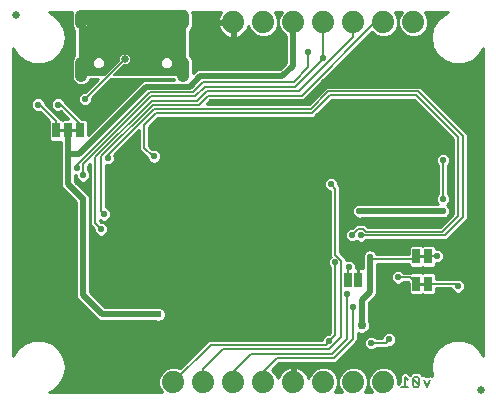
<source format=gbl>
G75*
%MOIN*%
%OFA0B0*%
%FSLAX25Y25*%
%IPPOS*%
%LPD*%
%AMOC8*
5,1,8,0,0,1.08239X$1,22.5*
%
%ADD10C,0.00600*%
%ADD11C,0.01000*%
%ADD12R,0.02500X0.05000*%
%ADD13C,0.02500*%
%ADD14C,0.07400*%
%ADD15C,0.03937*%
%ADD16C,0.02000*%
%ADD17C,0.02200*%
%ADD18C,0.03000*%
%ADD19C,0.02378*%
%ADD20C,0.00669*%
%ADD21C,0.00300*%
D10*
X0182333Y0132900D02*
X0184333Y0130900D01*
X0182333Y0132900D02*
X0182333Y0154900D01*
X0201133Y0173700D01*
X0216133Y0173700D01*
X0219433Y0177000D01*
X0250333Y0177000D01*
X0268333Y0195000D01*
X0268333Y0199900D01*
X0275733Y0199900D02*
X0251333Y0175500D01*
X0219933Y0175500D01*
X0216885Y0172451D01*
X0201582Y0172451D01*
X0184333Y0155203D01*
X0184333Y0136900D01*
X0185333Y0135900D01*
X0178333Y0148900D02*
X0178333Y0152597D01*
X0200936Y0175200D01*
X0215533Y0175200D01*
X0218833Y0178500D01*
X0249033Y0178500D01*
X0258333Y0187800D01*
X0258333Y0187900D01*
X0258333Y0199900D01*
X0253333Y0189900D02*
X0253333Y0184900D01*
X0248433Y0180000D01*
X0218238Y0180000D01*
X0215038Y0176800D01*
X0200633Y0176800D01*
X0176333Y0152500D01*
X0176333Y0151394D01*
X0176239Y0151300D01*
X0186533Y0154600D02*
X0186533Y0155706D01*
X0201979Y0171151D01*
X0254282Y0171151D01*
X0260030Y0176900D01*
X0289833Y0176900D01*
X0304833Y0161900D01*
X0304833Y0134900D01*
X0298833Y0128900D01*
X0270833Y0128900D01*
X0272603Y0130100D02*
X0271703Y0131000D01*
X0269963Y0131000D01*
X0267897Y0128933D01*
X0267833Y0128933D01*
X0272603Y0130100D02*
X0298033Y0130100D01*
X0303333Y0135400D01*
X0303333Y0161703D01*
X0289336Y0175700D01*
X0260527Y0175700D01*
X0254479Y0169651D01*
X0202676Y0169651D01*
X0198629Y0165604D01*
X0198629Y0158004D01*
X0201433Y0155200D01*
X0201933Y0155200D01*
X0177333Y0163900D02*
X0177333Y0166000D01*
X0170833Y0172500D01*
X0169833Y0172500D01*
X0169333Y0167000D02*
X0163833Y0172500D01*
X0163333Y0172500D01*
X0169333Y0167000D02*
X0169333Y0163900D01*
X0178833Y0174400D02*
X0192133Y0187700D01*
X0275733Y0199900D02*
X0278333Y0199900D01*
X0298333Y0153900D02*
X0298333Y0140869D01*
X0296133Y0122000D02*
X0293433Y0122000D01*
X0293333Y0121900D01*
X0289333Y0121900D02*
X0288433Y0121000D01*
X0273833Y0121000D01*
X0266833Y0118400D02*
X0266733Y0118300D01*
X0266733Y0113900D01*
X0266333Y0109500D02*
X0266333Y0094500D01*
X0261333Y0089500D01*
X0261833Y0088000D02*
X0268333Y0094500D01*
X0268333Y0105000D01*
X0264333Y0095000D02*
X0260333Y0091000D01*
X0224833Y0091000D01*
X0238333Y0083500D02*
X0242833Y0088000D01*
X0261833Y0088000D01*
X0259161Y0092500D02*
X0260197Y0093536D01*
X0262333Y0095673D01*
X0262333Y0119900D01*
X0283333Y0114900D02*
X0287233Y0114900D01*
X0289333Y0112800D01*
X0293333Y0112800D02*
X0302433Y0112800D01*
X0303333Y0111900D01*
X0280262Y0094171D02*
X0279162Y0093071D01*
X0274362Y0093071D01*
X0274333Y0093100D01*
X0285557Y0081703D02*
X0285557Y0078300D01*
X0284423Y0078300D02*
X0286692Y0078300D01*
X0288106Y0078867D02*
X0288106Y0081136D01*
X0290375Y0078867D01*
X0289808Y0078300D01*
X0288673Y0078300D01*
X0288106Y0078867D01*
X0286692Y0080569D02*
X0285557Y0081703D01*
X0288106Y0081136D02*
X0288673Y0081703D01*
X0289808Y0081703D01*
X0290375Y0081136D01*
X0290375Y0078867D01*
X0291789Y0080569D02*
X0292924Y0078300D01*
X0294058Y0080569D01*
X0238333Y0080000D02*
X0238333Y0083500D01*
D11*
X0155033Y0088624D02*
X0155033Y0191276D01*
X0156333Y0189026D01*
X0158764Y0186986D01*
X0161746Y0185900D01*
X0164920Y0185900D01*
X0167903Y0186986D01*
X0170334Y0189026D01*
X0171921Y0191774D01*
X0171921Y0191774D01*
X0172472Y0194900D01*
X0171921Y0198026D01*
X0170334Y0200774D01*
X0170334Y0200774D01*
X0167903Y0202814D01*
X0167903Y0202814D01*
X0166843Y0203200D01*
X0174710Y0203200D01*
X0174457Y0202590D01*
X0174457Y0198928D01*
X0174955Y0197726D01*
X0175383Y0197298D01*
X0175383Y0188748D01*
X0174955Y0188319D01*
X0174457Y0187118D01*
X0174457Y0181487D01*
X0174955Y0180286D01*
X0175874Y0179366D01*
X0177075Y0178869D01*
X0178376Y0178869D01*
X0179577Y0179366D01*
X0180496Y0180286D01*
X0180813Y0181050D01*
X0183221Y0181050D01*
X0178971Y0176800D01*
X0178356Y0176800D01*
X0177474Y0176435D01*
X0176799Y0175759D01*
X0176433Y0174877D01*
X0176433Y0173923D01*
X0176799Y0173041D01*
X0177474Y0172365D01*
X0178356Y0172000D01*
X0179311Y0172000D01*
X0180193Y0172365D01*
X0180868Y0173041D01*
X0181233Y0173923D01*
X0181233Y0174537D01*
X0187746Y0181050D01*
X0208654Y0181050D01*
X0208757Y0180800D01*
X0198389Y0180800D01*
X0197042Y0179453D01*
X0179883Y0162294D01*
X0179883Y0166938D01*
X0179122Y0167700D01*
X0177896Y0167700D01*
X0171961Y0173635D01*
X0171868Y0173859D01*
X0171193Y0174535D01*
X0170311Y0174900D01*
X0169356Y0174900D01*
X0168474Y0174535D01*
X0167799Y0173859D01*
X0167433Y0172977D01*
X0167433Y0172023D01*
X0167799Y0171141D01*
X0168474Y0170465D01*
X0169356Y0170100D01*
X0170311Y0170100D01*
X0170777Y0170293D01*
X0173371Y0167700D01*
X0171545Y0167700D01*
X0171333Y0167488D01*
X0171122Y0167700D01*
X0170896Y0167700D01*
X0169996Y0168600D01*
X0165733Y0172863D01*
X0165733Y0172977D01*
X0165368Y0173859D01*
X0164693Y0174535D01*
X0163811Y0174900D01*
X0162856Y0174900D01*
X0161974Y0174535D01*
X0161299Y0173859D01*
X0160933Y0172977D01*
X0160933Y0172023D01*
X0161299Y0171141D01*
X0161974Y0170465D01*
X0162856Y0170100D01*
X0163811Y0170100D01*
X0163924Y0170147D01*
X0166958Y0167113D01*
X0166783Y0166938D01*
X0166783Y0160862D01*
X0167545Y0160100D01*
X0171033Y0160100D01*
X0171033Y0144916D01*
X0176033Y0139916D01*
X0176033Y0107947D01*
X0177381Y0106600D01*
X0183727Y0100254D01*
X0202382Y0100254D01*
X0202838Y0100065D01*
X0203828Y0100065D01*
X0204285Y0100254D01*
X0204286Y0100254D01*
X0204287Y0100255D01*
X0204743Y0100443D01*
X0205443Y0101144D01*
X0205632Y0101600D01*
X0205633Y0101601D01*
X0205633Y0101602D01*
X0205822Y0102058D01*
X0205822Y0103049D01*
X0205633Y0103505D01*
X0205633Y0103506D01*
X0205632Y0103507D01*
X0205443Y0103963D01*
X0204743Y0104664D01*
X0204287Y0104853D01*
X0204286Y0104854D01*
X0204285Y0104854D01*
X0203828Y0105043D01*
X0202838Y0105043D01*
X0202382Y0104854D01*
X0185632Y0104854D01*
X0180633Y0109853D01*
X0180633Y0140150D01*
X0180733Y0140391D01*
X0180733Y0141346D01*
X0180633Y0141587D01*
X0180633Y0141821D01*
X0180468Y0141987D01*
X0180368Y0142228D01*
X0179693Y0142903D01*
X0179451Y0143003D01*
X0179286Y0143168D01*
X0175633Y0146821D01*
X0175633Y0148953D01*
X0175762Y0148900D01*
X0175933Y0148900D01*
X0175933Y0148423D01*
X0176299Y0147541D01*
X0176974Y0146865D01*
X0177856Y0146500D01*
X0178811Y0146500D01*
X0179693Y0146865D01*
X0180368Y0147541D01*
X0180733Y0148423D01*
X0180733Y0149377D01*
X0180368Y0150259D01*
X0179933Y0150694D01*
X0179933Y0151934D01*
X0180733Y0152734D01*
X0180733Y0132237D01*
X0181671Y0131300D01*
X0181933Y0131037D01*
X0181933Y0130423D01*
X0182299Y0129541D01*
X0182974Y0128865D01*
X0183856Y0128500D01*
X0184811Y0128500D01*
X0185693Y0128865D01*
X0186368Y0129541D01*
X0186733Y0130423D01*
X0186733Y0131377D01*
X0186368Y0132259D01*
X0185693Y0132935D01*
X0184811Y0133300D01*
X0184196Y0133300D01*
X0183933Y0133563D01*
X0183933Y0133906D01*
X0183974Y0133865D01*
X0184856Y0133500D01*
X0185811Y0133500D01*
X0186693Y0133865D01*
X0187368Y0134541D01*
X0187733Y0135423D01*
X0187733Y0136377D01*
X0187368Y0137259D01*
X0186693Y0137935D01*
X0185933Y0138249D01*
X0185933Y0152251D01*
X0186056Y0152200D01*
X0187011Y0152200D01*
X0187893Y0152565D01*
X0188568Y0153241D01*
X0188933Y0154123D01*
X0188933Y0155077D01*
X0188709Y0155619D01*
X0197029Y0163939D01*
X0197029Y0157342D01*
X0199533Y0154837D01*
X0199533Y0154723D01*
X0199899Y0153841D01*
X0200574Y0153165D01*
X0201456Y0152800D01*
X0202411Y0152800D01*
X0203293Y0153165D01*
X0203968Y0153841D01*
X0204333Y0154723D01*
X0204333Y0155677D01*
X0203968Y0156559D01*
X0203293Y0157235D01*
X0202411Y0157600D01*
X0201456Y0157600D01*
X0201343Y0157553D01*
X0200229Y0158667D01*
X0200229Y0164942D01*
X0203339Y0168051D01*
X0255142Y0168051D01*
X0256079Y0168989D01*
X0261190Y0174100D01*
X0288674Y0174100D01*
X0301733Y0161040D01*
X0301733Y0136063D01*
X0297371Y0131700D01*
X0273266Y0131700D01*
X0272366Y0132600D01*
X0269301Y0132600D01*
X0268363Y0131663D01*
X0268363Y0131663D01*
X0268034Y0131333D01*
X0267356Y0131333D01*
X0266474Y0130968D01*
X0265799Y0130293D01*
X0265433Y0129410D01*
X0265433Y0128456D01*
X0265799Y0127574D01*
X0266474Y0126898D01*
X0267356Y0126533D01*
X0268311Y0126533D01*
X0269193Y0126898D01*
X0269317Y0127022D01*
X0269474Y0126865D01*
X0270356Y0126500D01*
X0271311Y0126500D01*
X0272193Y0126865D01*
X0272627Y0127300D01*
X0299496Y0127300D01*
X0305496Y0133300D01*
X0306433Y0134237D01*
X0306433Y0162563D01*
X0291433Y0177563D01*
X0290496Y0178500D01*
X0259368Y0178500D01*
X0258430Y0177563D01*
X0253619Y0172751D01*
X0219447Y0172751D01*
X0220596Y0173900D01*
X0251996Y0173900D01*
X0252933Y0174837D01*
X0274629Y0196533D01*
X0275501Y0195661D01*
X0277339Y0194900D01*
X0279328Y0194900D01*
X0281166Y0195661D01*
X0282572Y0197068D01*
X0283333Y0198905D01*
X0283333Y0200895D01*
X0282572Y0202732D01*
X0282104Y0203200D01*
X0284562Y0203200D01*
X0284095Y0202732D01*
X0283333Y0200895D01*
X0283333Y0198905D01*
X0284095Y0197068D01*
X0285501Y0195661D01*
X0287339Y0194900D01*
X0289328Y0194900D01*
X0291166Y0195661D01*
X0292572Y0197068D01*
X0293333Y0198905D01*
X0293333Y0200895D01*
X0292572Y0202732D01*
X0292104Y0203200D01*
X0299823Y0203200D01*
X0298764Y0202814D01*
X0296333Y0200774D01*
X0296333Y0200774D01*
X0294746Y0198026D01*
X0294746Y0198026D01*
X0294194Y0194900D01*
X0294746Y0191774D01*
X0296333Y0189026D01*
X0296333Y0189026D01*
X0298764Y0186986D01*
X0301746Y0185900D01*
X0304920Y0185900D01*
X0307903Y0186986D01*
X0310334Y0189026D01*
X0311633Y0191276D01*
X0311633Y0088624D01*
X0310334Y0090874D01*
X0310334Y0090874D01*
X0307903Y0092914D01*
X0307903Y0092914D01*
X0304920Y0094000D01*
X0301746Y0094000D01*
X0298764Y0092914D01*
X0296333Y0090874D01*
X0296333Y0090874D01*
X0294746Y0088126D01*
X0294746Y0088126D01*
X0294194Y0085000D01*
X0294719Y0082027D01*
X0294181Y0082296D01*
X0292924Y0081877D01*
X0291667Y0082296D01*
X0291540Y0082233D01*
X0291408Y0082366D01*
X0290470Y0083303D01*
X0288011Y0083303D01*
X0287444Y0082736D01*
X0287444Y0082736D01*
X0287115Y0082408D01*
X0286220Y0083303D01*
X0284895Y0083303D01*
X0283957Y0082366D01*
X0283957Y0079900D01*
X0283760Y0079900D01*
X0283333Y0079473D01*
X0283333Y0080995D01*
X0282572Y0082832D01*
X0281166Y0084239D01*
X0279328Y0085000D01*
X0277339Y0085000D01*
X0275501Y0084239D01*
X0274095Y0082832D01*
X0273333Y0080995D01*
X0272572Y0082832D01*
X0271166Y0084239D01*
X0269328Y0085000D01*
X0267339Y0085000D01*
X0265501Y0084239D01*
X0264095Y0082832D01*
X0263333Y0080995D01*
X0262572Y0082832D01*
X0261166Y0084239D01*
X0259328Y0085000D01*
X0257339Y0085000D01*
X0255501Y0084239D01*
X0254095Y0082832D01*
X0253411Y0081182D01*
X0253405Y0081218D01*
X0253152Y0081996D01*
X0252781Y0082725D01*
X0252300Y0083388D01*
X0251721Y0083966D01*
X0251059Y0084447D01*
X0250329Y0084819D01*
X0249551Y0085072D01*
X0248833Y0085186D01*
X0248833Y0080500D01*
X0247833Y0080500D01*
X0247833Y0085186D01*
X0247116Y0085072D01*
X0246337Y0084819D01*
X0245608Y0084447D01*
X0244946Y0083966D01*
X0244367Y0083388D01*
X0243886Y0082725D01*
X0243514Y0081996D01*
X0243261Y0081218D01*
X0243256Y0081182D01*
X0242572Y0082832D01*
X0241250Y0084154D01*
X0243496Y0086400D01*
X0262496Y0086400D01*
X0269933Y0093837D01*
X0269933Y0096366D01*
X0270576Y0096100D01*
X0271690Y0096100D01*
X0272719Y0096526D01*
X0273507Y0097314D01*
X0273933Y0098343D01*
X0273933Y0099457D01*
X0273633Y0100181D01*
X0273633Y0106447D01*
X0276077Y0108891D01*
X0276133Y0108947D01*
X0276133Y0119400D01*
X0286783Y0119400D01*
X0286783Y0118862D01*
X0287545Y0118100D01*
X0291122Y0118100D01*
X0291333Y0118312D01*
X0291545Y0118100D01*
X0295122Y0118100D01*
X0295883Y0118862D01*
X0295883Y0119600D01*
X0296611Y0119600D01*
X0297493Y0119965D01*
X0298168Y0120641D01*
X0298533Y0121523D01*
X0298533Y0122477D01*
X0298168Y0123359D01*
X0297493Y0124035D01*
X0296611Y0124400D01*
X0295883Y0124400D01*
X0295883Y0124938D01*
X0295122Y0125700D01*
X0291545Y0125700D01*
X0291333Y0125488D01*
X0291122Y0125700D01*
X0287545Y0125700D01*
X0286783Y0124938D01*
X0286783Y0122600D01*
X0276133Y0122600D01*
X0276133Y0122753D01*
X0275968Y0122918D01*
X0275868Y0123159D01*
X0275193Y0123835D01*
X0274951Y0123935D01*
X0274786Y0124100D01*
X0274552Y0124100D01*
X0274311Y0124200D01*
X0273356Y0124200D01*
X0273115Y0124100D01*
X0272881Y0124100D01*
X0272715Y0123935D01*
X0272474Y0123835D01*
X0271799Y0123159D01*
X0271699Y0122918D01*
X0271533Y0122753D01*
X0271533Y0122519D01*
X0271433Y0122277D01*
X0271433Y0121323D01*
X0271533Y0121081D01*
X0271533Y0117859D01*
X0271381Y0117900D01*
X0270058Y0117900D01*
X0270058Y0114025D01*
X0269808Y0114025D01*
X0269808Y0117900D01*
X0269224Y0117900D01*
X0269233Y0117923D01*
X0269233Y0118877D01*
X0268868Y0119759D01*
X0268193Y0120435D01*
X0267311Y0120800D01*
X0266356Y0120800D01*
X0265968Y0120639D01*
X0265968Y0121177D01*
X0263968Y0123177D01*
X0263968Y0145177D01*
X0263233Y0145912D01*
X0263233Y0146477D01*
X0262868Y0147359D01*
X0262193Y0148035D01*
X0261311Y0148400D01*
X0260356Y0148400D01*
X0259474Y0148035D01*
X0258799Y0147359D01*
X0258433Y0146477D01*
X0258433Y0145523D01*
X0258799Y0144641D01*
X0259474Y0143965D01*
X0260356Y0143600D01*
X0260699Y0143600D01*
X0260699Y0121823D01*
X0260780Y0121741D01*
X0260299Y0121259D01*
X0259933Y0120377D01*
X0259933Y0119423D01*
X0260299Y0118541D01*
X0260733Y0118106D01*
X0260733Y0096336D01*
X0260334Y0095936D01*
X0259720Y0095936D01*
X0258837Y0095571D01*
X0258162Y0094896D01*
X0257847Y0094135D01*
X0220156Y0094135D01*
X0219199Y0093177D01*
X0210526Y0084504D01*
X0209328Y0085000D01*
X0207339Y0085000D01*
X0205501Y0084239D01*
X0204095Y0082832D01*
X0203333Y0080995D01*
X0203333Y0079005D01*
X0204095Y0077168D01*
X0204562Y0076700D01*
X0166843Y0076700D01*
X0167903Y0077086D01*
X0170334Y0079126D01*
X0171921Y0081874D01*
X0171921Y0081874D01*
X0172472Y0085000D01*
X0171921Y0088126D01*
X0170334Y0090874D01*
X0170334Y0090874D01*
X0167903Y0092914D01*
X0167903Y0092914D01*
X0164920Y0094000D01*
X0161746Y0094000D01*
X0158764Y0092914D01*
X0156333Y0090874D01*
X0156333Y0090874D01*
X0155033Y0088624D01*
X0155033Y0088979D02*
X0155238Y0088979D01*
X0155033Y0089978D02*
X0155815Y0089978D01*
X0156333Y0090874D02*
X0156333Y0090874D01*
X0156454Y0090976D02*
X0155033Y0090976D01*
X0155033Y0091975D02*
X0157644Y0091975D01*
X0158764Y0092914D02*
X0158764Y0092914D01*
X0158925Y0092973D02*
X0155033Y0092973D01*
X0155033Y0093972D02*
X0161669Y0093972D01*
X0164998Y0093972D02*
X0219993Y0093972D01*
X0218995Y0092973D02*
X0167741Y0092973D01*
X0169023Y0091975D02*
X0217996Y0091975D01*
X0216998Y0090976D02*
X0170213Y0090976D01*
X0170852Y0089978D02*
X0215999Y0089978D01*
X0215001Y0088979D02*
X0171428Y0088979D01*
X0171921Y0088126D02*
X0171921Y0088126D01*
X0171947Y0087981D02*
X0214002Y0087981D01*
X0213004Y0086982D02*
X0172123Y0086982D01*
X0172299Y0085984D02*
X0212005Y0085984D01*
X0211007Y0084985D02*
X0209364Y0084985D01*
X0207303Y0084985D02*
X0172470Y0084985D01*
X0172472Y0085000D02*
X0172472Y0085000D01*
X0172293Y0083987D02*
X0205249Y0083987D01*
X0204250Y0082988D02*
X0172117Y0082988D01*
X0171941Y0081990D02*
X0203745Y0081990D01*
X0203333Y0080991D02*
X0171411Y0080991D01*
X0170835Y0079993D02*
X0203333Y0079993D01*
X0203338Y0078994D02*
X0170177Y0078994D01*
X0170334Y0079126D02*
X0170334Y0079126D01*
X0170334Y0079126D01*
X0168987Y0077996D02*
X0203752Y0077996D01*
X0204265Y0076997D02*
X0167660Y0076997D01*
X0167903Y0077086D02*
X0167903Y0077086D01*
X0155033Y0094970D02*
X0258237Y0094970D01*
X0260367Y0095969D02*
X0155033Y0095969D01*
X0155033Y0096967D02*
X0260733Y0096967D01*
X0260733Y0097966D02*
X0155033Y0097966D01*
X0155033Y0098964D02*
X0260733Y0098964D01*
X0260733Y0099963D02*
X0155033Y0099963D01*
X0155033Y0100961D02*
X0183019Y0100961D01*
X0182021Y0101960D02*
X0155033Y0101960D01*
X0155033Y0102958D02*
X0181022Y0102958D01*
X0180024Y0103957D02*
X0155033Y0103957D01*
X0155033Y0104955D02*
X0179025Y0104955D01*
X0178027Y0105954D02*
X0155033Y0105954D01*
X0155033Y0106952D02*
X0177028Y0106952D01*
X0177381Y0106600D02*
X0177381Y0106600D01*
X0176033Y0107951D02*
X0155033Y0107951D01*
X0155033Y0108949D02*
X0176033Y0108949D01*
X0176033Y0109948D02*
X0155033Y0109948D01*
X0155033Y0110946D02*
X0176033Y0110946D01*
X0176033Y0111945D02*
X0155033Y0111945D01*
X0155033Y0112943D02*
X0176033Y0112943D01*
X0176033Y0113942D02*
X0155033Y0113942D01*
X0155033Y0114940D02*
X0176033Y0114940D01*
X0176033Y0115939D02*
X0155033Y0115939D01*
X0155033Y0116937D02*
X0176033Y0116937D01*
X0176033Y0117936D02*
X0155033Y0117936D01*
X0155033Y0118934D02*
X0176033Y0118934D01*
X0176033Y0119933D02*
X0155033Y0119933D01*
X0155033Y0120932D02*
X0176033Y0120932D01*
X0176033Y0121930D02*
X0155033Y0121930D01*
X0155033Y0122929D02*
X0176033Y0122929D01*
X0176033Y0123927D02*
X0155033Y0123927D01*
X0155033Y0124926D02*
X0176033Y0124926D01*
X0176033Y0125924D02*
X0155033Y0125924D01*
X0155033Y0126923D02*
X0176033Y0126923D01*
X0176033Y0127921D02*
X0155033Y0127921D01*
X0155033Y0128920D02*
X0176033Y0128920D01*
X0176033Y0129918D02*
X0155033Y0129918D01*
X0155033Y0130917D02*
X0176033Y0130917D01*
X0176033Y0131915D02*
X0155033Y0131915D01*
X0155033Y0132914D02*
X0176033Y0132914D01*
X0176033Y0133912D02*
X0155033Y0133912D01*
X0155033Y0134911D02*
X0176033Y0134911D01*
X0176033Y0135909D02*
X0155033Y0135909D01*
X0155033Y0136908D02*
X0176033Y0136908D01*
X0176033Y0137906D02*
X0155033Y0137906D01*
X0155033Y0138905D02*
X0176033Y0138905D01*
X0176033Y0139903D02*
X0155033Y0139903D01*
X0155033Y0140902D02*
X0175047Y0140902D01*
X0174049Y0141900D02*
X0155033Y0141900D01*
X0155033Y0142899D02*
X0173050Y0142899D01*
X0172052Y0143897D02*
X0155033Y0143897D01*
X0155033Y0144896D02*
X0171053Y0144896D01*
X0171033Y0145894D02*
X0155033Y0145894D01*
X0155033Y0146893D02*
X0171033Y0146893D01*
X0171033Y0147891D02*
X0155033Y0147891D01*
X0155033Y0148890D02*
X0171033Y0148890D01*
X0171033Y0149888D02*
X0155033Y0149888D01*
X0155033Y0150887D02*
X0171033Y0150887D01*
X0171033Y0151885D02*
X0155033Y0151885D01*
X0155033Y0152884D02*
X0171033Y0152884D01*
X0171033Y0153882D02*
X0155033Y0153882D01*
X0155033Y0154881D02*
X0171033Y0154881D01*
X0171033Y0155879D02*
X0155033Y0155879D01*
X0155033Y0156878D02*
X0171033Y0156878D01*
X0171033Y0157876D02*
X0155033Y0157876D01*
X0155033Y0158875D02*
X0171033Y0158875D01*
X0171033Y0159873D02*
X0155033Y0159873D01*
X0155033Y0160872D02*
X0166783Y0160872D01*
X0166783Y0161870D02*
X0155033Y0161870D01*
X0155033Y0162869D02*
X0166783Y0162869D01*
X0166783Y0163868D02*
X0155033Y0163868D01*
X0155033Y0164866D02*
X0166783Y0164866D01*
X0166783Y0165865D02*
X0155033Y0165865D01*
X0155033Y0166863D02*
X0166783Y0166863D01*
X0166209Y0167862D02*
X0155033Y0167862D01*
X0155033Y0168860D02*
X0165211Y0168860D01*
X0164212Y0169859D02*
X0155033Y0169859D01*
X0155033Y0170857D02*
X0161582Y0170857D01*
X0161002Y0171856D02*
X0155033Y0171856D01*
X0155033Y0172854D02*
X0160933Y0172854D01*
X0161296Y0173853D02*
X0155033Y0173853D01*
X0155033Y0174851D02*
X0162738Y0174851D01*
X0163929Y0174851D02*
X0169238Y0174851D01*
X0170429Y0174851D02*
X0176433Y0174851D01*
X0176462Y0173853D02*
X0171871Y0173853D01*
X0172742Y0172854D02*
X0176985Y0172854D01*
X0176889Y0175850D02*
X0155033Y0175850D01*
X0155033Y0176848D02*
X0179019Y0176848D01*
X0180017Y0177847D02*
X0155033Y0177847D01*
X0155033Y0178845D02*
X0181016Y0178845D01*
X0180054Y0179844D02*
X0182014Y0179844D01*
X0183013Y0180842D02*
X0180727Y0180842D01*
X0184543Y0177847D02*
X0195436Y0177847D01*
X0196435Y0178845D02*
X0185541Y0178845D01*
X0186540Y0179844D02*
X0197433Y0179844D01*
X0194438Y0176848D02*
X0183544Y0176848D01*
X0182546Y0175850D02*
X0193439Y0175850D01*
X0192441Y0174851D02*
X0181547Y0174851D01*
X0181204Y0173853D02*
X0191442Y0173853D01*
X0190444Y0172854D02*
X0180682Y0172854D01*
X0175737Y0169859D02*
X0187448Y0169859D01*
X0188447Y0170857D02*
X0174739Y0170857D01*
X0173740Y0171856D02*
X0189445Y0171856D01*
X0186450Y0168860D02*
X0176736Y0168860D01*
X0177734Y0167862D02*
X0185451Y0167862D01*
X0184452Y0166863D02*
X0179883Y0166863D01*
X0179883Y0165865D02*
X0183454Y0165865D01*
X0182455Y0164866D02*
X0179883Y0164866D01*
X0179883Y0163868D02*
X0181457Y0163868D01*
X0180458Y0162869D02*
X0179883Y0162869D01*
X0177333Y0163900D02*
X0173333Y0163900D01*
X0169333Y0163900D01*
X0170734Y0167862D02*
X0173209Y0167862D01*
X0172211Y0168860D02*
X0169736Y0168860D01*
X0168737Y0169859D02*
X0171212Y0169859D01*
X0168082Y0170857D02*
X0167739Y0170857D01*
X0167502Y0171856D02*
X0166740Y0171856D01*
X0167433Y0172854D02*
X0165742Y0172854D01*
X0165371Y0173853D02*
X0167796Y0173853D01*
X0175396Y0179844D02*
X0155033Y0179844D01*
X0155033Y0180842D02*
X0174724Y0180842D01*
X0174457Y0181841D02*
X0155033Y0181841D01*
X0155033Y0182839D02*
X0174457Y0182839D01*
X0174457Y0183838D02*
X0155033Y0183838D01*
X0155033Y0184836D02*
X0174457Y0184836D01*
X0174457Y0185835D02*
X0155033Y0185835D01*
X0155033Y0186833D02*
X0159182Y0186833D01*
X0158764Y0186986D02*
X0158764Y0186986D01*
X0157755Y0187832D02*
X0155033Y0187832D01*
X0155033Y0188830D02*
X0156565Y0188830D01*
X0155869Y0189829D02*
X0155033Y0189829D01*
X0155033Y0190827D02*
X0155292Y0190827D01*
X0167484Y0186833D02*
X0174457Y0186833D01*
X0174753Y0187832D02*
X0168911Y0187832D01*
X0167903Y0186986D02*
X0167903Y0186986D01*
X0170101Y0188830D02*
X0175383Y0188830D01*
X0175383Y0189829D02*
X0170798Y0189829D01*
X0170334Y0189026D02*
X0170334Y0189026D01*
X0170334Y0189026D01*
X0171374Y0190827D02*
X0175383Y0190827D01*
X0175383Y0191826D02*
X0171930Y0191826D01*
X0172106Y0192824D02*
X0175383Y0192824D01*
X0175383Y0193823D02*
X0172282Y0193823D01*
X0172458Y0194821D02*
X0175383Y0194821D01*
X0175383Y0195820D02*
X0172310Y0195820D01*
X0172472Y0194900D02*
X0172472Y0194900D01*
X0172134Y0196818D02*
X0175383Y0196818D01*
X0174917Y0197817D02*
X0171958Y0197817D01*
X0171921Y0198026D02*
X0171921Y0198026D01*
X0171465Y0198815D02*
X0174503Y0198815D01*
X0174457Y0199814D02*
X0170889Y0199814D01*
X0170289Y0200812D02*
X0174457Y0200812D01*
X0174457Y0201811D02*
X0169099Y0201811D01*
X0167909Y0202809D02*
X0174548Y0202809D01*
X0187538Y0180842D02*
X0208740Y0180842D01*
X0215010Y0182929D02*
X0215010Y0187118D01*
X0214512Y0188319D01*
X0213783Y0189048D01*
X0213783Y0196998D01*
X0214512Y0197726D01*
X0215010Y0198928D01*
X0215010Y0202590D01*
X0214757Y0203200D01*
X0224303Y0203200D01*
X0223886Y0202625D01*
X0223514Y0201896D01*
X0223261Y0201118D01*
X0223148Y0200400D01*
X0227833Y0200400D01*
X0227833Y0199400D01*
X0223148Y0199400D01*
X0223261Y0198682D01*
X0223514Y0197904D01*
X0223886Y0197175D01*
X0224367Y0196512D01*
X0224946Y0195934D01*
X0225608Y0195453D01*
X0226337Y0195081D01*
X0227116Y0194828D01*
X0227833Y0194714D01*
X0227833Y0199400D01*
X0228833Y0199400D01*
X0228833Y0194714D01*
X0229551Y0194828D01*
X0230329Y0195081D01*
X0231059Y0195453D01*
X0231721Y0195934D01*
X0232300Y0196512D01*
X0232781Y0197175D01*
X0233152Y0197904D01*
X0233405Y0198682D01*
X0233411Y0198718D01*
X0234095Y0197068D01*
X0235501Y0195661D01*
X0237339Y0194900D01*
X0239328Y0194900D01*
X0241166Y0195661D01*
X0242572Y0197068D01*
X0243333Y0198905D01*
X0243333Y0200895D01*
X0242572Y0202732D01*
X0242104Y0203200D01*
X0244562Y0203200D01*
X0244095Y0202732D01*
X0243333Y0200895D01*
X0243333Y0198905D01*
X0244095Y0197068D01*
X0245501Y0195661D01*
X0246033Y0195441D01*
X0246033Y0186453D01*
X0243781Y0184200D01*
X0221552Y0184200D01*
X0221311Y0184300D01*
X0220356Y0184300D01*
X0220115Y0184200D01*
X0216281Y0184200D01*
X0215010Y0182929D01*
X0215010Y0183838D02*
X0215918Y0183838D01*
X0215010Y0184836D02*
X0244417Y0184836D01*
X0245415Y0185835D02*
X0215010Y0185835D01*
X0215010Y0186833D02*
X0246033Y0186833D01*
X0246033Y0187832D02*
X0214714Y0187832D01*
X0214001Y0188830D02*
X0246033Y0188830D01*
X0246033Y0189829D02*
X0213783Y0189829D01*
X0213783Y0190827D02*
X0246033Y0190827D01*
X0246033Y0191826D02*
X0213783Y0191826D01*
X0213783Y0192824D02*
X0246033Y0192824D01*
X0246033Y0193823D02*
X0213783Y0193823D01*
X0213783Y0194821D02*
X0227158Y0194821D01*
X0227833Y0194821D02*
X0228833Y0194821D01*
X0229509Y0194821D02*
X0246033Y0194821D01*
X0245342Y0195820D02*
X0241324Y0195820D01*
X0242323Y0196818D02*
X0244344Y0196818D01*
X0243784Y0197817D02*
X0242882Y0197817D01*
X0243296Y0198815D02*
X0243371Y0198815D01*
X0243333Y0199814D02*
X0243333Y0199814D01*
X0243333Y0200812D02*
X0243333Y0200812D01*
X0242954Y0201811D02*
X0243713Y0201811D01*
X0244172Y0202809D02*
X0242495Y0202809D01*
X0233784Y0197817D02*
X0233108Y0197817D01*
X0232522Y0196818D02*
X0234344Y0196818D01*
X0235342Y0195820D02*
X0231564Y0195820D01*
X0228833Y0195820D02*
X0227833Y0195820D01*
X0227833Y0196818D02*
X0228833Y0196818D01*
X0228833Y0197817D02*
X0227833Y0197817D01*
X0227833Y0198815D02*
X0228833Y0198815D01*
X0227833Y0199814D02*
X0215010Y0199814D01*
X0215010Y0200812D02*
X0223213Y0200812D01*
X0223487Y0201811D02*
X0215010Y0201811D01*
X0214919Y0202809D02*
X0224020Y0202809D01*
X0223240Y0198815D02*
X0214963Y0198815D01*
X0214550Y0197817D02*
X0223559Y0197817D01*
X0224145Y0196818D02*
X0213783Y0196818D01*
X0213783Y0195820D02*
X0225102Y0195820D01*
X0253946Y0175850D02*
X0256717Y0175850D01*
X0257716Y0176848D02*
X0254944Y0176848D01*
X0255943Y0177847D02*
X0258714Y0177847D01*
X0256941Y0178845D02*
X0311633Y0178845D01*
X0311633Y0177847D02*
X0291149Y0177847D01*
X0292148Y0176848D02*
X0311633Y0176848D01*
X0311633Y0175850D02*
X0293146Y0175850D01*
X0294145Y0174851D02*
X0311633Y0174851D01*
X0311633Y0173853D02*
X0295143Y0173853D01*
X0296142Y0172854D02*
X0311633Y0172854D01*
X0311633Y0171856D02*
X0297140Y0171856D01*
X0298139Y0170857D02*
X0311633Y0170857D01*
X0311633Y0169859D02*
X0299137Y0169859D01*
X0300136Y0168860D02*
X0311633Y0168860D01*
X0311633Y0167862D02*
X0301134Y0167862D01*
X0302133Y0166863D02*
X0311633Y0166863D01*
X0311633Y0165865D02*
X0303132Y0165865D01*
X0304130Y0164866D02*
X0311633Y0164866D01*
X0311633Y0163868D02*
X0305129Y0163868D01*
X0306127Y0162869D02*
X0311633Y0162869D01*
X0311633Y0161870D02*
X0306433Y0161870D01*
X0306433Y0160872D02*
X0311633Y0160872D01*
X0311633Y0159873D02*
X0306433Y0159873D01*
X0306433Y0158875D02*
X0311633Y0158875D01*
X0311633Y0157876D02*
X0306433Y0157876D01*
X0306433Y0156878D02*
X0311633Y0156878D01*
X0311633Y0155879D02*
X0306433Y0155879D01*
X0306433Y0154881D02*
X0311633Y0154881D01*
X0311633Y0153882D02*
X0306433Y0153882D01*
X0306433Y0152884D02*
X0311633Y0152884D01*
X0311633Y0151885D02*
X0306433Y0151885D01*
X0306433Y0150887D02*
X0311633Y0150887D01*
X0311633Y0149888D02*
X0306433Y0149888D01*
X0306433Y0148890D02*
X0311633Y0148890D01*
X0311633Y0147891D02*
X0306433Y0147891D01*
X0306433Y0146893D02*
X0311633Y0146893D01*
X0311633Y0145894D02*
X0306433Y0145894D01*
X0306433Y0144896D02*
X0311633Y0144896D01*
X0311633Y0143897D02*
X0306433Y0143897D01*
X0306433Y0142899D02*
X0311633Y0142899D01*
X0311633Y0141900D02*
X0306433Y0141900D01*
X0306433Y0140902D02*
X0311633Y0140902D01*
X0311633Y0139903D02*
X0306433Y0139903D01*
X0306433Y0138905D02*
X0311633Y0138905D01*
X0311633Y0137906D02*
X0306433Y0137906D01*
X0306433Y0136908D02*
X0311633Y0136908D01*
X0311633Y0135909D02*
X0306433Y0135909D01*
X0306433Y0134911D02*
X0311633Y0134911D01*
X0311633Y0133912D02*
X0306108Y0133912D01*
X0305110Y0132914D02*
X0311633Y0132914D01*
X0311633Y0131915D02*
X0304111Y0131915D01*
X0303113Y0130917D02*
X0311633Y0130917D01*
X0311633Y0129918D02*
X0302114Y0129918D01*
X0301116Y0128920D02*
X0311633Y0128920D01*
X0311633Y0127921D02*
X0300117Y0127921D01*
X0297586Y0131915D02*
X0273051Y0131915D01*
X0271052Y0134600D02*
X0270811Y0134500D01*
X0269856Y0134500D01*
X0269615Y0134600D01*
X0269381Y0134600D01*
X0269215Y0134765D01*
X0268974Y0134865D01*
X0268299Y0135541D01*
X0268199Y0135782D01*
X0268033Y0135947D01*
X0268033Y0136181D01*
X0267933Y0136423D01*
X0267933Y0137377D01*
X0268033Y0137619D01*
X0268033Y0137853D01*
X0268199Y0138018D01*
X0268299Y0138259D01*
X0268974Y0138935D01*
X0269215Y0139035D01*
X0269381Y0139200D01*
X0269615Y0139200D01*
X0269856Y0139300D01*
X0270811Y0139300D01*
X0271052Y0139200D01*
X0296608Y0139200D01*
X0296299Y0139509D01*
X0295933Y0140391D01*
X0295933Y0141346D01*
X0296299Y0142228D01*
X0296733Y0142663D01*
X0296733Y0152106D01*
X0296299Y0152541D01*
X0295933Y0153423D01*
X0295933Y0154377D01*
X0296299Y0155259D01*
X0296974Y0155935D01*
X0297856Y0156300D01*
X0298811Y0156300D01*
X0299693Y0155935D01*
X0300368Y0155259D01*
X0300733Y0154377D01*
X0300733Y0153423D01*
X0300368Y0152541D01*
X0299933Y0152106D01*
X0299933Y0142663D01*
X0300368Y0142228D01*
X0300733Y0141346D01*
X0300733Y0140391D01*
X0300368Y0139509D01*
X0299743Y0138884D01*
X0300368Y0138259D01*
X0300468Y0138018D01*
X0300633Y0137853D01*
X0300633Y0137619D01*
X0300733Y0137377D01*
X0300733Y0136423D01*
X0300633Y0136181D01*
X0300633Y0135947D01*
X0300468Y0135782D01*
X0300368Y0135541D01*
X0299693Y0134865D01*
X0299451Y0134765D01*
X0299286Y0134600D01*
X0299052Y0134600D01*
X0298811Y0134500D01*
X0297856Y0134500D01*
X0297615Y0134600D01*
X0271052Y0134600D01*
X0268929Y0134911D02*
X0263968Y0134911D01*
X0263968Y0135909D02*
X0268071Y0135909D01*
X0267933Y0136908D02*
X0263968Y0136908D01*
X0263968Y0137906D02*
X0268087Y0137906D01*
X0268944Y0138905D02*
X0263968Y0138905D01*
X0263968Y0139903D02*
X0296135Y0139903D01*
X0295933Y0140902D02*
X0263968Y0140902D01*
X0263968Y0141900D02*
X0296163Y0141900D01*
X0296733Y0142899D02*
X0263968Y0142899D01*
X0263968Y0143897D02*
X0296733Y0143897D01*
X0296733Y0144896D02*
X0263968Y0144896D01*
X0263251Y0145894D02*
X0296733Y0145894D01*
X0296733Y0146893D02*
X0263061Y0146893D01*
X0262336Y0147891D02*
X0296733Y0147891D01*
X0296733Y0148890D02*
X0185933Y0148890D01*
X0185933Y0149888D02*
X0296733Y0149888D01*
X0296733Y0150887D02*
X0185933Y0150887D01*
X0185933Y0151885D02*
X0296733Y0151885D01*
X0296156Y0152884D02*
X0202613Y0152884D01*
X0201253Y0152884D02*
X0188211Y0152884D01*
X0188834Y0153882D02*
X0199881Y0153882D01*
X0199490Y0154881D02*
X0188933Y0154881D01*
X0188970Y0155879D02*
X0198491Y0155879D01*
X0197493Y0156878D02*
X0189968Y0156878D01*
X0190967Y0157876D02*
X0197029Y0157876D01*
X0197029Y0158875D02*
X0191965Y0158875D01*
X0192964Y0159873D02*
X0197029Y0159873D01*
X0197029Y0160872D02*
X0193962Y0160872D01*
X0194961Y0161870D02*
X0197029Y0161870D01*
X0197029Y0162869D02*
X0195959Y0162869D01*
X0196958Y0163868D02*
X0197029Y0163868D01*
X0200229Y0163868D02*
X0298906Y0163868D01*
X0297907Y0164866D02*
X0200229Y0164866D01*
X0201152Y0165865D02*
X0296909Y0165865D01*
X0295910Y0166863D02*
X0202150Y0166863D01*
X0203149Y0167862D02*
X0294912Y0167862D01*
X0293913Y0168860D02*
X0255950Y0168860D01*
X0256949Y0169859D02*
X0292915Y0169859D01*
X0291916Y0170857D02*
X0257947Y0170857D01*
X0258946Y0171856D02*
X0290918Y0171856D01*
X0289919Y0172854D02*
X0259944Y0172854D01*
X0260943Y0173853D02*
X0288921Y0173853D01*
X0299905Y0162869D02*
X0200229Y0162869D01*
X0200229Y0161870D02*
X0300903Y0161870D01*
X0301733Y0160872D02*
X0200229Y0160872D01*
X0200229Y0159873D02*
X0301733Y0159873D01*
X0301733Y0158875D02*
X0200229Y0158875D01*
X0201020Y0157876D02*
X0301733Y0157876D01*
X0301733Y0156878D02*
X0203649Y0156878D01*
X0204250Y0155879D02*
X0296919Y0155879D01*
X0296142Y0154881D02*
X0204333Y0154881D01*
X0203985Y0153882D02*
X0295933Y0153882D01*
X0299748Y0155879D02*
X0301733Y0155879D01*
X0301733Y0154881D02*
X0300525Y0154881D01*
X0300733Y0153882D02*
X0301733Y0153882D01*
X0301733Y0152884D02*
X0300510Y0152884D01*
X0299933Y0151885D02*
X0301733Y0151885D01*
X0301733Y0150887D02*
X0299933Y0150887D01*
X0299933Y0149888D02*
X0301733Y0149888D01*
X0301733Y0148890D02*
X0299933Y0148890D01*
X0299933Y0147891D02*
X0301733Y0147891D01*
X0301733Y0146893D02*
X0299933Y0146893D01*
X0299933Y0145894D02*
X0301733Y0145894D01*
X0301733Y0144896D02*
X0299933Y0144896D01*
X0299933Y0143897D02*
X0301733Y0143897D01*
X0301733Y0142899D02*
X0299933Y0142899D01*
X0300504Y0141900D02*
X0301733Y0141900D01*
X0301733Y0140902D02*
X0300733Y0140902D01*
X0300531Y0139903D02*
X0301733Y0139903D01*
X0301733Y0138905D02*
X0299764Y0138905D01*
X0300580Y0137906D02*
X0301733Y0137906D01*
X0301733Y0136908D02*
X0300733Y0136908D01*
X0300595Y0135909D02*
X0301580Y0135909D01*
X0300581Y0134911D02*
X0299738Y0134911D01*
X0299583Y0133912D02*
X0263968Y0133912D01*
X0263968Y0132914D02*
X0298584Y0132914D01*
X0295883Y0124926D02*
X0311633Y0124926D01*
X0311633Y0125924D02*
X0263968Y0125924D01*
X0263968Y0124926D02*
X0286783Y0124926D01*
X0286783Y0123927D02*
X0274970Y0123927D01*
X0275964Y0122929D02*
X0286783Y0122929D01*
X0289333Y0121900D02*
X0293333Y0121900D01*
X0295883Y0118934D02*
X0311633Y0118934D01*
X0311633Y0117936D02*
X0276133Y0117936D01*
X0276133Y0118934D02*
X0286783Y0118934D01*
X0287545Y0116600D02*
X0287445Y0116500D01*
X0285127Y0116500D01*
X0284693Y0116935D01*
X0283811Y0117300D01*
X0282856Y0117300D01*
X0281974Y0116935D01*
X0281299Y0116259D01*
X0280933Y0115377D01*
X0280933Y0114423D01*
X0281299Y0113541D01*
X0281974Y0112865D01*
X0282856Y0112500D01*
X0283811Y0112500D01*
X0284693Y0112865D01*
X0285127Y0113300D01*
X0286571Y0113300D01*
X0286783Y0113087D01*
X0286783Y0109762D01*
X0287545Y0109000D01*
X0291122Y0109000D01*
X0291333Y0109212D01*
X0291545Y0109000D01*
X0295122Y0109000D01*
X0295883Y0109762D01*
X0295883Y0111200D01*
X0301026Y0111200D01*
X0301299Y0110541D01*
X0301974Y0109865D01*
X0302856Y0109500D01*
X0303811Y0109500D01*
X0304693Y0109865D01*
X0305368Y0110541D01*
X0305733Y0111423D01*
X0305733Y0112377D01*
X0305368Y0113259D01*
X0304693Y0113935D01*
X0303811Y0114300D01*
X0303196Y0114300D01*
X0303096Y0114400D01*
X0295883Y0114400D01*
X0295883Y0115838D01*
X0295122Y0116600D01*
X0291545Y0116600D01*
X0291333Y0116388D01*
X0291122Y0116600D01*
X0287545Y0116600D01*
X0284686Y0116937D02*
X0311633Y0116937D01*
X0311633Y0115939D02*
X0295783Y0115939D01*
X0295883Y0114940D02*
X0311633Y0114940D01*
X0311633Y0113942D02*
X0304675Y0113942D01*
X0305499Y0112943D02*
X0311633Y0112943D01*
X0311633Y0111945D02*
X0305733Y0111945D01*
X0305536Y0110946D02*
X0311633Y0110946D01*
X0311633Y0109948D02*
X0304775Y0109948D01*
X0301891Y0109948D02*
X0295883Y0109948D01*
X0295883Y0110946D02*
X0301131Y0110946D01*
X0293333Y0112800D02*
X0289333Y0112800D01*
X0286783Y0112943D02*
X0284771Y0112943D01*
X0286783Y0111945D02*
X0276133Y0111945D01*
X0276133Y0112943D02*
X0281896Y0112943D01*
X0281132Y0113942D02*
X0276133Y0113942D01*
X0276133Y0114940D02*
X0280933Y0114940D01*
X0281166Y0115939D02*
X0276133Y0115939D01*
X0276133Y0116937D02*
X0281981Y0116937D01*
X0271533Y0117936D02*
X0269233Y0117936D01*
X0269210Y0118934D02*
X0271533Y0118934D01*
X0271533Y0119933D02*
X0268694Y0119933D01*
X0265968Y0120932D02*
X0271533Y0120932D01*
X0271433Y0121930D02*
X0265215Y0121930D01*
X0264217Y0122929D02*
X0271703Y0122929D01*
X0272697Y0123927D02*
X0263968Y0123927D01*
X0263968Y0126923D02*
X0266450Y0126923D01*
X0265655Y0127921D02*
X0263968Y0127921D01*
X0263968Y0128920D02*
X0265433Y0128920D01*
X0265644Y0129918D02*
X0263968Y0129918D01*
X0263968Y0130917D02*
X0266423Y0130917D01*
X0268616Y0131915D02*
X0263968Y0131915D01*
X0260699Y0131915D02*
X0186511Y0131915D01*
X0186733Y0130917D02*
X0260699Y0130917D01*
X0260699Y0129918D02*
X0186524Y0129918D01*
X0185747Y0128920D02*
X0260699Y0128920D01*
X0260699Y0127921D02*
X0180633Y0127921D01*
X0180633Y0126923D02*
X0260699Y0126923D01*
X0260699Y0125924D02*
X0180633Y0125924D01*
X0180633Y0124926D02*
X0260699Y0124926D01*
X0260699Y0123927D02*
X0180633Y0123927D01*
X0180633Y0122929D02*
X0260699Y0122929D01*
X0260699Y0121930D02*
X0180633Y0121930D01*
X0180633Y0120932D02*
X0260163Y0120932D01*
X0259933Y0119933D02*
X0180633Y0119933D01*
X0180633Y0118934D02*
X0260136Y0118934D01*
X0260733Y0117936D02*
X0180633Y0117936D01*
X0180633Y0116937D02*
X0260733Y0116937D01*
X0260733Y0115939D02*
X0180633Y0115939D01*
X0180633Y0114940D02*
X0260733Y0114940D01*
X0260733Y0113942D02*
X0180633Y0113942D01*
X0180633Y0112943D02*
X0260733Y0112943D01*
X0260733Y0111945D02*
X0180633Y0111945D01*
X0180633Y0110946D02*
X0260733Y0110946D01*
X0260733Y0109948D02*
X0180633Y0109948D01*
X0181537Y0108949D02*
X0260733Y0108949D01*
X0260733Y0107951D02*
X0182535Y0107951D01*
X0183534Y0106952D02*
X0260733Y0106952D01*
X0260733Y0105954D02*
X0184532Y0105954D01*
X0185531Y0104955D02*
X0202628Y0104955D01*
X0204039Y0104955D02*
X0260733Y0104955D01*
X0260733Y0103957D02*
X0205446Y0103957D01*
X0205822Y0102958D02*
X0260733Y0102958D01*
X0260733Y0101960D02*
X0205781Y0101960D01*
X0205261Y0100961D02*
X0260733Y0100961D01*
X0269933Y0095969D02*
X0278665Y0095969D01*
X0278903Y0096206D02*
X0278227Y0095531D01*
X0277871Y0094671D01*
X0276156Y0094671D01*
X0275693Y0095135D01*
X0274811Y0095500D01*
X0273856Y0095500D01*
X0272974Y0095135D01*
X0272299Y0094459D01*
X0271933Y0093577D01*
X0271933Y0092623D01*
X0272299Y0091741D01*
X0272974Y0091065D01*
X0273856Y0090700D01*
X0274811Y0090700D01*
X0275693Y0091065D01*
X0276099Y0091471D01*
X0279825Y0091471D01*
X0280125Y0091771D01*
X0280739Y0091771D01*
X0281621Y0092137D01*
X0282297Y0092812D01*
X0282662Y0093694D01*
X0282662Y0094649D01*
X0282297Y0095531D01*
X0281621Y0096206D01*
X0280739Y0096571D01*
X0279785Y0096571D01*
X0278903Y0096206D01*
X0277995Y0094970D02*
X0275857Y0094970D01*
X0272809Y0094970D02*
X0269933Y0094970D01*
X0269933Y0093972D02*
X0272097Y0093972D01*
X0271933Y0092973D02*
X0269069Y0092973D01*
X0268071Y0091975D02*
X0272202Y0091975D01*
X0273189Y0090976D02*
X0267072Y0090976D01*
X0266074Y0089978D02*
X0295815Y0089978D01*
X0296333Y0090874D02*
X0296333Y0090874D01*
X0296454Y0090976D02*
X0275477Y0090976D01*
X0281230Y0091975D02*
X0297644Y0091975D01*
X0298764Y0092914D02*
X0298764Y0092914D01*
X0298925Y0092973D02*
X0282363Y0092973D01*
X0282662Y0093972D02*
X0301669Y0093972D01*
X0304998Y0093972D02*
X0311633Y0093972D01*
X0311633Y0094970D02*
X0282529Y0094970D01*
X0281859Y0095969D02*
X0311633Y0095969D01*
X0311633Y0096967D02*
X0273160Y0096967D01*
X0273777Y0097966D02*
X0311633Y0097966D01*
X0311633Y0098964D02*
X0273933Y0098964D01*
X0273724Y0099963D02*
X0311633Y0099963D01*
X0311633Y0100961D02*
X0273633Y0100961D01*
X0273633Y0101960D02*
X0311633Y0101960D01*
X0311633Y0102958D02*
X0273633Y0102958D01*
X0273633Y0103957D02*
X0311633Y0103957D01*
X0311633Y0104955D02*
X0273633Y0104955D01*
X0273633Y0105954D02*
X0311633Y0105954D01*
X0311633Y0106952D02*
X0274138Y0106952D01*
X0275137Y0107951D02*
X0311633Y0107951D01*
X0311633Y0108949D02*
X0276133Y0108949D01*
X0276133Y0109948D02*
X0286783Y0109948D01*
X0286783Y0110946D02*
X0276133Y0110946D01*
X0270058Y0114940D02*
X0269808Y0114940D01*
X0269808Y0115939D02*
X0270058Y0115939D01*
X0270058Y0116937D02*
X0269808Y0116937D01*
X0269417Y0126923D02*
X0269217Y0126923D01*
X0272250Y0126923D02*
X0311633Y0126923D01*
X0311633Y0123927D02*
X0297600Y0123927D01*
X0298346Y0122929D02*
X0311633Y0122929D01*
X0311633Y0121930D02*
X0298533Y0121930D01*
X0298288Y0120932D02*
X0311633Y0120932D01*
X0311633Y0119933D02*
X0297415Y0119933D01*
X0260699Y0132914D02*
X0185714Y0132914D01*
X0186740Y0133912D02*
X0260699Y0133912D01*
X0260699Y0134911D02*
X0187521Y0134911D01*
X0187733Y0135909D02*
X0260699Y0135909D01*
X0260699Y0136908D02*
X0187514Y0136908D01*
X0186721Y0137906D02*
X0260699Y0137906D01*
X0260699Y0138905D02*
X0185933Y0138905D01*
X0185933Y0139903D02*
X0260699Y0139903D01*
X0260699Y0140902D02*
X0185933Y0140902D01*
X0185933Y0141900D02*
X0260699Y0141900D01*
X0260699Y0142899D02*
X0185933Y0142899D01*
X0185933Y0143897D02*
X0259638Y0143897D01*
X0258693Y0144896D02*
X0185933Y0144896D01*
X0185933Y0145894D02*
X0258433Y0145894D01*
X0258605Y0146893D02*
X0185933Y0146893D01*
X0185933Y0147891D02*
X0259331Y0147891D01*
X0253722Y0172854D02*
X0219550Y0172854D01*
X0220549Y0173853D02*
X0254720Y0173853D01*
X0255719Y0174851D02*
X0252947Y0174851D01*
X0257940Y0179844D02*
X0311633Y0179844D01*
X0311633Y0180842D02*
X0258938Y0180842D01*
X0259937Y0181841D02*
X0311633Y0181841D01*
X0311633Y0182839D02*
X0260935Y0182839D01*
X0261934Y0183838D02*
X0311633Y0183838D01*
X0311633Y0184836D02*
X0262932Y0184836D01*
X0263931Y0185835D02*
X0311633Y0185835D01*
X0311633Y0186833D02*
X0307484Y0186833D01*
X0307903Y0186986D02*
X0307903Y0186986D01*
X0308911Y0187832D02*
X0311633Y0187832D01*
X0311633Y0188830D02*
X0310101Y0188830D01*
X0310334Y0189026D02*
X0310334Y0189026D01*
X0310334Y0189026D01*
X0310798Y0189829D02*
X0311633Y0189829D01*
X0311633Y0190827D02*
X0311374Y0190827D01*
X0299182Y0186833D02*
X0264929Y0186833D01*
X0265928Y0187832D02*
X0297755Y0187832D01*
X0298764Y0186986D02*
X0298764Y0186986D01*
X0296565Y0188830D02*
X0266926Y0188830D01*
X0267925Y0189829D02*
X0295869Y0189829D01*
X0295292Y0190827D02*
X0268923Y0190827D01*
X0269922Y0191826D02*
X0294737Y0191826D01*
X0294746Y0191774D02*
X0294746Y0191774D01*
X0294560Y0192824D02*
X0270920Y0192824D01*
X0271919Y0193823D02*
X0294384Y0193823D01*
X0294208Y0194821D02*
X0272917Y0194821D01*
X0273916Y0195820D02*
X0275342Y0195820D01*
X0281324Y0195820D02*
X0285342Y0195820D01*
X0284344Y0196818D02*
X0282323Y0196818D01*
X0282882Y0197817D02*
X0283784Y0197817D01*
X0283371Y0198815D02*
X0283296Y0198815D01*
X0283333Y0199814D02*
X0283333Y0199814D01*
X0283333Y0200812D02*
X0283333Y0200812D01*
X0282954Y0201811D02*
X0283713Y0201811D01*
X0284172Y0202809D02*
X0282495Y0202809D01*
X0292495Y0202809D02*
X0298758Y0202809D01*
X0298764Y0202814D02*
X0298764Y0202814D01*
X0297568Y0201811D02*
X0292954Y0201811D01*
X0293333Y0200812D02*
X0296378Y0200812D01*
X0296333Y0200774D02*
X0296333Y0200774D01*
X0295778Y0199814D02*
X0293333Y0199814D01*
X0293296Y0198815D02*
X0295202Y0198815D01*
X0294709Y0197817D02*
X0292882Y0197817D01*
X0292323Y0196818D02*
X0294533Y0196818D01*
X0294357Y0195820D02*
X0291324Y0195820D01*
X0294194Y0194900D02*
X0294194Y0194900D01*
X0180733Y0151885D02*
X0179933Y0151885D01*
X0179933Y0150887D02*
X0180733Y0150887D01*
X0180733Y0149888D02*
X0180522Y0149888D01*
X0180733Y0148890D02*
X0180733Y0148890D01*
X0180733Y0147891D02*
X0180513Y0147891D01*
X0180733Y0146893D02*
X0179720Y0146893D01*
X0180733Y0145894D02*
X0176560Y0145894D01*
X0176946Y0146893D02*
X0175633Y0146893D01*
X0175633Y0147891D02*
X0176153Y0147891D01*
X0175933Y0148890D02*
X0175633Y0148890D01*
X0177559Y0144896D02*
X0180733Y0144896D01*
X0180733Y0143897D02*
X0178557Y0143897D01*
X0179697Y0142899D02*
X0180733Y0142899D01*
X0180733Y0141900D02*
X0180554Y0141900D01*
X0180733Y0140902D02*
X0180733Y0140902D01*
X0180733Y0139903D02*
X0180633Y0139903D01*
X0180633Y0138905D02*
X0180733Y0138905D01*
X0180733Y0137906D02*
X0180633Y0137906D01*
X0180633Y0136908D02*
X0180733Y0136908D01*
X0180733Y0135909D02*
X0180633Y0135909D01*
X0180633Y0134911D02*
X0180733Y0134911D01*
X0180733Y0133912D02*
X0180633Y0133912D01*
X0180633Y0132914D02*
X0180733Y0132914D01*
X0180633Y0131915D02*
X0181055Y0131915D01*
X0181671Y0131300D02*
X0181671Y0131300D01*
X0181933Y0130917D02*
X0180633Y0130917D01*
X0180633Y0129918D02*
X0182142Y0129918D01*
X0182920Y0128920D02*
X0180633Y0128920D01*
X0242081Y0084985D02*
X0246848Y0084985D01*
X0247833Y0084985D02*
X0248833Y0084985D01*
X0249818Y0084985D02*
X0257303Y0084985D01*
X0259364Y0084985D02*
X0267303Y0084985D01*
X0269364Y0084985D02*
X0277303Y0084985D01*
X0279364Y0084985D02*
X0294197Y0084985D01*
X0294194Y0085000D02*
X0294194Y0085000D01*
X0294368Y0085984D02*
X0243080Y0085984D01*
X0241418Y0083987D02*
X0244974Y0083987D01*
X0244077Y0082988D02*
X0242416Y0082988D01*
X0242921Y0081990D02*
X0243512Y0081990D01*
X0247833Y0081990D02*
X0248833Y0081990D01*
X0248833Y0082988D02*
X0247833Y0082988D01*
X0247833Y0083987D02*
X0248833Y0083987D01*
X0251693Y0083987D02*
X0255249Y0083987D01*
X0254250Y0082988D02*
X0252590Y0082988D01*
X0253154Y0081990D02*
X0253745Y0081990D01*
X0261418Y0083987D02*
X0265249Y0083987D01*
X0264250Y0082988D02*
X0262416Y0082988D01*
X0262921Y0081990D02*
X0263745Y0081990D01*
X0263333Y0080995D02*
X0263333Y0079005D01*
X0262572Y0077168D01*
X0262104Y0076700D01*
X0264562Y0076700D01*
X0264095Y0077168D01*
X0263333Y0079005D01*
X0263333Y0080995D01*
X0263333Y0080991D02*
X0263333Y0080991D01*
X0263333Y0079993D02*
X0263333Y0079993D01*
X0263329Y0078994D02*
X0263338Y0078994D01*
X0263752Y0077996D02*
X0262915Y0077996D01*
X0262401Y0076997D02*
X0264265Y0076997D01*
X0272104Y0076700D02*
X0272572Y0077168D01*
X0273333Y0079005D01*
X0273333Y0080995D01*
X0273333Y0079005D01*
X0274095Y0077168D01*
X0274562Y0076700D01*
X0272104Y0076700D01*
X0272401Y0076997D02*
X0274265Y0076997D01*
X0273752Y0077996D02*
X0272915Y0077996D01*
X0273329Y0078994D02*
X0273338Y0078994D01*
X0273333Y0079993D02*
X0273333Y0079993D01*
X0273333Y0080991D02*
X0273333Y0080991D01*
X0272921Y0081990D02*
X0273745Y0081990D01*
X0274250Y0082988D02*
X0272416Y0082988D01*
X0271418Y0083987D02*
X0275249Y0083987D01*
X0281418Y0083987D02*
X0294373Y0083987D01*
X0294549Y0082988D02*
X0290785Y0082988D01*
X0292586Y0081990D02*
X0293261Y0081990D01*
X0294544Y0086982D02*
X0263078Y0086982D01*
X0264077Y0087981D02*
X0294720Y0087981D01*
X0295238Y0088979D02*
X0265075Y0088979D01*
X0248833Y0080991D02*
X0247833Y0080991D01*
X0282416Y0082988D02*
X0284580Y0082988D01*
X0283957Y0081990D02*
X0282921Y0081990D01*
X0283333Y0080991D02*
X0283957Y0080991D01*
X0283957Y0079993D02*
X0283333Y0079993D01*
X0286535Y0082988D02*
X0287696Y0082988D01*
X0307741Y0092973D02*
X0311633Y0092973D01*
X0311633Y0091975D02*
X0309023Y0091975D01*
X0310213Y0090976D02*
X0311633Y0090976D01*
X0311633Y0089978D02*
X0310852Y0089978D01*
X0311428Y0088979D02*
X0311633Y0088979D01*
D12*
X0293333Y0112800D03*
X0289333Y0112800D03*
X0289333Y0121900D03*
X0293333Y0121900D03*
X0269933Y0113900D03*
X0266733Y0113900D03*
X0177333Y0163900D03*
X0173333Y0163900D03*
X0169333Y0163900D03*
D13*
X0192133Y0187700D03*
X0187033Y0194900D03*
X0203333Y0195000D03*
X0155833Y0202400D03*
X0310833Y0077500D03*
D14*
X0278333Y0080000D03*
X0268333Y0080000D03*
X0258333Y0080000D03*
X0248333Y0080000D03*
X0238333Y0080000D03*
X0228333Y0080000D03*
X0218333Y0080000D03*
X0208333Y0080000D03*
X0228333Y0199900D03*
X0238333Y0199900D03*
X0248333Y0199900D03*
X0258333Y0199900D03*
X0268333Y0199900D03*
X0278333Y0199900D03*
X0288333Y0199900D03*
D15*
X0211741Y0201940D02*
X0211741Y0201940D01*
X0211741Y0199578D01*
X0211741Y0199578D01*
X0211741Y0201940D01*
X0211741Y0186468D02*
X0211741Y0186468D01*
X0211741Y0182136D01*
X0211741Y0182136D01*
X0211741Y0186468D01*
X0211741Y0185876D02*
X0211741Y0185876D01*
X0177725Y0186468D02*
X0177725Y0186468D01*
X0177725Y0182136D01*
X0177725Y0182136D01*
X0177725Y0186468D01*
X0177725Y0185876D02*
X0177725Y0185876D01*
X0177725Y0201940D02*
X0177725Y0201940D01*
X0177725Y0199578D01*
X0177725Y0199578D01*
X0177725Y0201940D01*
D16*
X0199342Y0178500D02*
X0213833Y0178500D01*
X0217233Y0181900D01*
X0220833Y0181900D01*
X0244733Y0181900D01*
X0248333Y0185500D01*
X0248333Y0199900D01*
X0199342Y0178500D02*
X0176842Y0156000D01*
X0173333Y0156000D01*
X0173333Y0145869D01*
X0178333Y0140869D01*
X0178333Y0108900D01*
X0184680Y0102554D01*
X0203333Y0102554D01*
X0270333Y0136900D02*
X0298333Y0136900D01*
X0273833Y0121800D02*
X0273833Y0121000D01*
X0273833Y0109900D01*
X0271333Y0107400D01*
X0271333Y0099100D01*
X0271133Y0098900D01*
X0173333Y0156000D02*
X0173333Y0163900D01*
D17*
X0169833Y0172500D03*
X0168333Y0174900D03*
X0163333Y0172500D03*
X0158433Y0174900D03*
X0156333Y0183900D03*
X0170333Y0183900D03*
X0183333Y0175400D03*
X0178833Y0174400D03*
X0188333Y0172400D03*
X0193233Y0176300D03*
X0203833Y0166400D03*
X0215833Y0164900D03*
X0223333Y0164900D03*
X0223333Y0159900D03*
X0215833Y0159900D03*
X0215833Y0154900D03*
X0223333Y0154900D03*
X0223333Y0149900D03*
X0223333Y0144900D03*
X0215833Y0144900D03*
X0215833Y0149900D03*
X0208333Y0144900D03*
X0202833Y0149900D03*
X0201933Y0155200D03*
X0193333Y0153400D03*
X0186533Y0154600D03*
X0178333Y0148900D03*
X0176239Y0151300D03*
X0178333Y0144900D03*
X0178333Y0140869D03*
X0185333Y0135900D03*
X0184333Y0130900D03*
X0183333Y0124900D03*
X0168333Y0129900D03*
X0158333Y0134900D03*
X0158333Y0145400D03*
X0158333Y0154900D03*
X0158333Y0164900D03*
X0215833Y0139900D03*
X0223333Y0139900D03*
X0223333Y0134900D03*
X0215833Y0134900D03*
X0215833Y0129900D03*
X0223333Y0129900D03*
X0223333Y0124900D03*
X0223333Y0119900D03*
X0215833Y0119900D03*
X0215833Y0124900D03*
X0215833Y0114900D03*
X0223333Y0114900D03*
X0223333Y0109900D03*
X0215833Y0109900D03*
X0213333Y0104900D03*
X0213333Y0099900D03*
X0223333Y0099900D03*
X0223333Y0104900D03*
X0233333Y0104900D03*
X0233333Y0099900D03*
X0243333Y0099900D03*
X0243333Y0104900D03*
X0243333Y0109900D03*
X0243333Y0114900D03*
X0243333Y0119900D03*
X0243333Y0124900D03*
X0243333Y0129900D03*
X0243333Y0134900D03*
X0243333Y0139900D03*
X0243333Y0144900D03*
X0243333Y0149900D03*
X0243333Y0154900D03*
X0243333Y0159900D03*
X0243333Y0164900D03*
X0251333Y0164900D03*
X0251333Y0159900D03*
X0251333Y0154900D03*
X0251333Y0149900D03*
X0251333Y0144900D03*
X0257833Y0142400D03*
X0260833Y0146000D03*
X0251333Y0139900D03*
X0251333Y0134900D03*
X0251333Y0129900D03*
X0251333Y0124900D03*
X0251333Y0119900D03*
X0251333Y0114900D03*
X0251333Y0109900D03*
X0253333Y0104900D03*
X0253333Y0099900D03*
X0260197Y0093536D03*
X0268333Y0090000D03*
X0274333Y0093100D03*
X0280262Y0094171D03*
X0283333Y0090000D03*
X0291833Y0090000D03*
X0298333Y0096500D03*
X0293333Y0100000D03*
X0283333Y0099900D03*
X0268333Y0105000D03*
X0266333Y0109500D03*
X0266833Y0118400D03*
X0262333Y0119900D03*
X0267833Y0124900D03*
X0273833Y0121800D03*
X0283333Y0123900D03*
X0283333Y0114900D03*
X0283333Y0109900D03*
X0296133Y0122000D03*
X0303333Y0111900D03*
X0308333Y0096500D03*
X0270833Y0128900D03*
X0267833Y0128933D03*
X0270333Y0136900D03*
X0274833Y0143400D03*
X0275833Y0151900D03*
X0282333Y0151900D03*
X0285833Y0157400D03*
X0290933Y0158300D03*
X0297333Y0159900D03*
X0298333Y0153900D03*
X0290933Y0152600D03*
X0298333Y0140869D03*
X0298333Y0136900D03*
X0298333Y0133900D03*
X0308333Y0134900D03*
X0308333Y0144900D03*
X0308333Y0159900D03*
X0308333Y0169900D03*
X0308333Y0179900D03*
X0298833Y0180400D03*
X0288333Y0179800D03*
X0287133Y0171900D03*
X0285833Y0167400D03*
X0290933Y0166300D03*
X0278333Y0162400D03*
X0271333Y0156900D03*
X0270833Y0167400D03*
X0268333Y0171900D03*
X0263833Y0167400D03*
X0260833Y0171900D03*
X0251433Y0173300D03*
X0243333Y0173300D03*
X0233433Y0173300D03*
X0233333Y0164900D03*
X0233333Y0159900D03*
X0233333Y0154900D03*
X0233333Y0149900D03*
X0233333Y0144900D03*
X0233333Y0139900D03*
X0233333Y0134900D03*
X0233333Y0129900D03*
X0233333Y0124900D03*
X0233333Y0119900D03*
X0233333Y0114900D03*
X0233333Y0109900D03*
X0208833Y0090000D03*
X0198333Y0090000D03*
X0198333Y0098500D03*
X0188333Y0098500D03*
X0178333Y0100000D03*
X0168333Y0099900D03*
X0158333Y0099900D03*
X0158333Y0110900D03*
X0168333Y0111400D03*
X0168333Y0118400D03*
X0158333Y0119900D03*
X0183333Y0110000D03*
X0178333Y0090000D03*
X0188333Y0090000D03*
X0188333Y0080000D03*
X0178333Y0080000D03*
X0198333Y0080000D03*
X0278333Y0171900D03*
X0278433Y0179900D03*
X0268233Y0180100D03*
X0258733Y0179900D03*
X0258333Y0187900D03*
X0253333Y0189900D03*
X0243333Y0184900D03*
X0233333Y0184900D03*
X0220833Y0181900D03*
X0223433Y0173300D03*
X0233333Y0194900D03*
X0243333Y0194900D03*
X0219833Y0198900D03*
D18*
X0271133Y0098900D03*
D19*
X0203333Y0102554D03*
D20*
X0220833Y0092500D02*
X0259161Y0092500D01*
X0261333Y0089500D02*
X0234333Y0089500D01*
X0228333Y0083500D01*
X0228333Y0080000D01*
X0218333Y0080000D02*
X0218333Y0084500D01*
X0224833Y0091000D01*
X0220833Y0092500D02*
X0208333Y0080000D01*
X0264333Y0095000D02*
X0264333Y0120500D01*
X0262333Y0122500D01*
X0262333Y0144500D01*
X0260833Y0146000D01*
D21*
X0212333Y0182500D02*
X0211130Y0182500D01*
X0211130Y0186468D01*
X0211160Y0186657D01*
X0211382Y0186962D01*
X0211741Y0187079D01*
X0212101Y0186962D01*
X0212323Y0186657D01*
X0212333Y0186590D01*
X0212333Y0182500D01*
X0212333Y0182763D02*
X0211130Y0182763D01*
X0211130Y0183061D02*
X0212333Y0183061D01*
X0212333Y0183360D02*
X0211130Y0183360D01*
X0211130Y0183658D02*
X0212333Y0183658D01*
X0212333Y0183957D02*
X0211130Y0183957D01*
X0211130Y0184255D02*
X0212333Y0184255D01*
X0212333Y0184554D02*
X0211130Y0184554D01*
X0211130Y0184852D02*
X0212333Y0184852D01*
X0212333Y0185151D02*
X0211130Y0185151D01*
X0211130Y0185449D02*
X0212333Y0185449D01*
X0212333Y0185748D02*
X0211130Y0185748D01*
X0211130Y0186046D02*
X0212333Y0186046D01*
X0212333Y0186345D02*
X0211130Y0186345D01*
X0211158Y0186643D02*
X0212325Y0186643D01*
X0212116Y0186942D02*
X0211367Y0186942D01*
X0210355Y0187539D02*
X0207549Y0187539D01*
X0207250Y0187837D02*
X0210572Y0187837D01*
X0210659Y0187957D02*
X0209990Y0187037D01*
X0209990Y0182500D01*
X0188135Y0182500D01*
X0191535Y0185900D01*
X0192879Y0185900D01*
X0193933Y0186954D01*
X0193933Y0188446D01*
X0192879Y0189500D01*
X0191388Y0189500D01*
X0190333Y0188446D01*
X0190333Y0187102D01*
X0185731Y0182500D01*
X0179476Y0182500D01*
X0179476Y0187037D01*
X0178807Y0187957D01*
X0177725Y0188309D01*
X0176833Y0188019D01*
X0176833Y0197968D01*
X0177725Y0197678D01*
X0177725Y0197678D01*
X0178807Y0198030D01*
X0179476Y0198950D01*
X0179476Y0199283D01*
X0179476Y0202529D01*
X0178807Y0203449D01*
X0177725Y0203801D01*
X0176833Y0203511D01*
X0176833Y0203950D01*
X0212333Y0203950D01*
X0212333Y0203608D01*
X0211741Y0203801D01*
X0210659Y0203449D01*
X0209990Y0202529D01*
X0209990Y0198950D01*
X0210659Y0198030D01*
X0210659Y0198030D01*
X0211741Y0197678D01*
X0211741Y0197678D01*
X0212333Y0197870D01*
X0212333Y0188116D01*
X0211741Y0188309D01*
X0210659Y0187957D01*
X0210659Y0187957D01*
X0211209Y0188136D02*
X0206952Y0188136D01*
X0206869Y0188218D02*
X0205353Y0188218D01*
X0204282Y0187147D01*
X0204282Y0185631D01*
X0205353Y0184559D01*
X0206869Y0184559D01*
X0207941Y0185631D01*
X0207941Y0187147D01*
X0206869Y0188218D01*
X0207847Y0187240D02*
X0210138Y0187240D01*
X0209990Y0186942D02*
X0207941Y0186942D01*
X0207941Y0186643D02*
X0209990Y0186643D01*
X0209990Y0186345D02*
X0207941Y0186345D01*
X0207941Y0186046D02*
X0209990Y0186046D01*
X0209990Y0185748D02*
X0207941Y0185748D01*
X0207759Y0185449D02*
X0209990Y0185449D01*
X0209990Y0185151D02*
X0207460Y0185151D01*
X0207162Y0184852D02*
X0209990Y0184852D01*
X0209990Y0184554D02*
X0190189Y0184554D01*
X0190488Y0184852D02*
X0205061Y0184852D01*
X0204762Y0185151D02*
X0190786Y0185151D01*
X0191085Y0185449D02*
X0204464Y0185449D01*
X0204282Y0185748D02*
X0191383Y0185748D01*
X0193025Y0186046D02*
X0204282Y0186046D01*
X0204282Y0186345D02*
X0193324Y0186345D01*
X0193622Y0186643D02*
X0204282Y0186643D01*
X0204282Y0186942D02*
X0193921Y0186942D01*
X0193933Y0187240D02*
X0204375Y0187240D01*
X0204674Y0187539D02*
X0193933Y0187539D01*
X0193933Y0187837D02*
X0204972Y0187837D01*
X0205271Y0188136D02*
X0193933Y0188136D01*
X0193933Y0188434D02*
X0212333Y0188434D01*
X0212333Y0188136D02*
X0212273Y0188136D01*
X0211741Y0188309D02*
X0211741Y0188309D01*
X0212333Y0188733D02*
X0193646Y0188733D01*
X0193348Y0189031D02*
X0212333Y0189031D01*
X0212333Y0189330D02*
X0193049Y0189330D01*
X0191218Y0189330D02*
X0176833Y0189330D01*
X0176833Y0189628D02*
X0212333Y0189628D01*
X0212333Y0189927D02*
X0176833Y0189927D01*
X0176833Y0190225D02*
X0212333Y0190225D01*
X0212333Y0190524D02*
X0176833Y0190524D01*
X0176833Y0190822D02*
X0212333Y0190822D01*
X0212333Y0191121D02*
X0176833Y0191121D01*
X0176833Y0191419D02*
X0212333Y0191419D01*
X0212333Y0191718D02*
X0176833Y0191718D01*
X0176833Y0192016D02*
X0212333Y0192016D01*
X0212333Y0192315D02*
X0176833Y0192315D01*
X0176833Y0192613D02*
X0212333Y0192613D01*
X0212333Y0192912D02*
X0176833Y0192912D01*
X0176833Y0193210D02*
X0212333Y0193210D01*
X0212333Y0193509D02*
X0176833Y0193509D01*
X0176833Y0193808D02*
X0212333Y0193808D01*
X0212333Y0194106D02*
X0176833Y0194106D01*
X0176833Y0194405D02*
X0212333Y0194405D01*
X0212333Y0194703D02*
X0176833Y0194703D01*
X0176833Y0195002D02*
X0212333Y0195002D01*
X0212333Y0195300D02*
X0176833Y0195300D01*
X0176833Y0195599D02*
X0212333Y0195599D01*
X0212333Y0195897D02*
X0176833Y0195897D01*
X0176833Y0196196D02*
X0212333Y0196196D01*
X0212333Y0196494D02*
X0176833Y0196494D01*
X0176833Y0196793D02*
X0212333Y0196793D01*
X0212333Y0197091D02*
X0176833Y0197091D01*
X0176833Y0197390D02*
X0212333Y0197390D01*
X0212333Y0197688D02*
X0211772Y0197688D01*
X0211710Y0197688D02*
X0177757Y0197688D01*
X0177694Y0197688D02*
X0176833Y0197688D01*
X0177366Y0199024D02*
X0177144Y0199330D01*
X0177114Y0199519D01*
X0177114Y0201960D01*
X0177144Y0202149D01*
X0177366Y0202454D01*
X0177725Y0202571D01*
X0178085Y0202454D01*
X0178307Y0202149D01*
X0178337Y0201960D01*
X0178337Y0199519D01*
X0178307Y0199330D01*
X0178085Y0199024D01*
X0177725Y0198907D01*
X0177366Y0199024D01*
X0177252Y0199181D02*
X0178199Y0199181D01*
X0178331Y0199479D02*
X0177120Y0199479D01*
X0177114Y0199778D02*
X0178337Y0199778D01*
X0178337Y0200076D02*
X0177114Y0200076D01*
X0177114Y0200375D02*
X0178337Y0200375D01*
X0178337Y0200673D02*
X0177114Y0200673D01*
X0177114Y0200972D02*
X0178337Y0200972D01*
X0178337Y0201270D02*
X0177114Y0201270D01*
X0177114Y0201569D02*
X0178337Y0201569D01*
X0178337Y0201867D02*
X0177114Y0201867D01*
X0177156Y0202166D02*
X0178295Y0202166D01*
X0178055Y0202464D02*
X0177396Y0202464D01*
X0177287Y0203658D02*
X0176833Y0203658D01*
X0177725Y0203801D02*
X0177725Y0203801D01*
X0178164Y0203658D02*
X0211303Y0203658D01*
X0211741Y0203801D02*
X0211741Y0203801D01*
X0212179Y0203658D02*
X0212333Y0203658D01*
X0212070Y0202464D02*
X0211412Y0202464D01*
X0211382Y0202454D02*
X0211741Y0202571D01*
X0212101Y0202454D01*
X0212323Y0202149D01*
X0212333Y0202082D01*
X0212333Y0199397D01*
X0212323Y0199330D01*
X0212101Y0199024D01*
X0211741Y0198907D01*
X0211382Y0199024D01*
X0211160Y0199330D01*
X0211130Y0199519D01*
X0211130Y0201960D01*
X0211160Y0202149D01*
X0211382Y0202454D01*
X0211172Y0202166D02*
X0212310Y0202166D01*
X0212333Y0201867D02*
X0211130Y0201867D01*
X0211130Y0201569D02*
X0212333Y0201569D01*
X0212333Y0201270D02*
X0211130Y0201270D01*
X0211130Y0200972D02*
X0212333Y0200972D01*
X0212333Y0200673D02*
X0211130Y0200673D01*
X0211130Y0200375D02*
X0212333Y0200375D01*
X0212333Y0200076D02*
X0211130Y0200076D01*
X0211130Y0199778D02*
X0212333Y0199778D01*
X0212333Y0199479D02*
X0211136Y0199479D01*
X0211268Y0199181D02*
X0212214Y0199181D01*
X0210791Y0197987D02*
X0178675Y0197987D01*
X0178807Y0198030D02*
X0178807Y0198030D01*
X0178993Y0198285D02*
X0210473Y0198285D01*
X0210659Y0198030D02*
X0210659Y0198030D01*
X0210257Y0198584D02*
X0179210Y0198584D01*
X0179427Y0198882D02*
X0210040Y0198882D01*
X0209990Y0199181D02*
X0179476Y0199181D01*
X0179476Y0199479D02*
X0209990Y0199479D01*
X0209990Y0199778D02*
X0179476Y0199778D01*
X0179476Y0200076D02*
X0209990Y0200076D01*
X0209990Y0200375D02*
X0179476Y0200375D01*
X0179476Y0200673D02*
X0209990Y0200673D01*
X0209990Y0200972D02*
X0179476Y0200972D01*
X0179476Y0201270D02*
X0209990Y0201270D01*
X0209990Y0201569D02*
X0179476Y0201569D01*
X0179476Y0201867D02*
X0209990Y0201867D01*
X0209990Y0202166D02*
X0179476Y0202166D01*
X0179476Y0202464D02*
X0209990Y0202464D01*
X0210161Y0202763D02*
X0179306Y0202763D01*
X0179089Y0203061D02*
X0210377Y0203061D01*
X0210594Y0203360D02*
X0178872Y0203360D01*
X0178807Y0203449D02*
X0178807Y0203449D01*
X0178807Y0203449D01*
X0176833Y0189031D02*
X0190919Y0189031D01*
X0190621Y0188733D02*
X0176833Y0188733D01*
X0176833Y0188434D02*
X0190333Y0188434D01*
X0190333Y0188136D02*
X0184196Y0188136D01*
X0184113Y0188218D02*
X0182598Y0188218D01*
X0181526Y0187147D01*
X0181526Y0185631D01*
X0182598Y0184559D01*
X0184113Y0184559D01*
X0185185Y0185631D01*
X0185185Y0187147D01*
X0184113Y0188218D01*
X0184494Y0187837D02*
X0190333Y0187837D01*
X0190333Y0187539D02*
X0184793Y0187539D01*
X0185091Y0187240D02*
X0190333Y0187240D01*
X0190173Y0186942D02*
X0185185Y0186942D01*
X0185185Y0186643D02*
X0189874Y0186643D01*
X0189576Y0186345D02*
X0185185Y0186345D01*
X0185185Y0186046D02*
X0189277Y0186046D01*
X0188979Y0185748D02*
X0185185Y0185748D01*
X0185003Y0185449D02*
X0188680Y0185449D01*
X0188382Y0185151D02*
X0184704Y0185151D01*
X0184406Y0184852D02*
X0188083Y0184852D01*
X0187785Y0184554D02*
X0179476Y0184554D01*
X0179476Y0184852D02*
X0182305Y0184852D01*
X0182006Y0185151D02*
X0179476Y0185151D01*
X0179476Y0185449D02*
X0181708Y0185449D01*
X0181526Y0185748D02*
X0179476Y0185748D01*
X0179476Y0186046D02*
X0181526Y0186046D01*
X0181526Y0186345D02*
X0179476Y0186345D01*
X0179476Y0186643D02*
X0181526Y0186643D01*
X0181526Y0186942D02*
X0179476Y0186942D01*
X0179328Y0187240D02*
X0181619Y0187240D01*
X0181918Y0187539D02*
X0179111Y0187539D01*
X0178894Y0187837D02*
X0182216Y0187837D01*
X0182515Y0188136D02*
X0178257Y0188136D01*
X0177725Y0188309D02*
X0177725Y0188309D01*
X0177194Y0188136D02*
X0176833Y0188136D01*
X0177366Y0186962D02*
X0177725Y0187079D01*
X0178085Y0186962D01*
X0178307Y0186657D01*
X0178337Y0186468D01*
X0178337Y0182500D01*
X0177114Y0182500D01*
X0177114Y0186468D01*
X0177144Y0186657D01*
X0177366Y0186962D01*
X0177351Y0186942D02*
X0178100Y0186942D01*
X0178309Y0186643D02*
X0177142Y0186643D01*
X0177114Y0186345D02*
X0178337Y0186345D01*
X0178337Y0186046D02*
X0177114Y0186046D01*
X0177114Y0185748D02*
X0178337Y0185748D01*
X0178337Y0185449D02*
X0177114Y0185449D01*
X0177114Y0185151D02*
X0178337Y0185151D01*
X0178337Y0184852D02*
X0177114Y0184852D01*
X0177114Y0184554D02*
X0178337Y0184554D01*
X0178337Y0184255D02*
X0177114Y0184255D01*
X0177114Y0183957D02*
X0178337Y0183957D01*
X0178337Y0183658D02*
X0177114Y0183658D01*
X0177114Y0183360D02*
X0178337Y0183360D01*
X0178337Y0183061D02*
X0177114Y0183061D01*
X0177114Y0182763D02*
X0178337Y0182763D01*
X0179476Y0182763D02*
X0185994Y0182763D01*
X0186292Y0183061D02*
X0179476Y0183061D01*
X0179476Y0183360D02*
X0186591Y0183360D01*
X0186889Y0183658D02*
X0179476Y0183658D01*
X0179476Y0183957D02*
X0187188Y0183957D01*
X0187486Y0184255D02*
X0179476Y0184255D01*
X0178807Y0187957D02*
X0178807Y0187957D01*
X0178807Y0187957D01*
X0188398Y0182763D02*
X0209990Y0182763D01*
X0209990Y0183061D02*
X0188696Y0183061D01*
X0188995Y0183360D02*
X0209990Y0183360D01*
X0209990Y0183658D02*
X0189294Y0183658D01*
X0189592Y0183957D02*
X0209990Y0183957D01*
X0209990Y0184255D02*
X0189891Y0184255D01*
X0210659Y0203449D02*
X0210659Y0203449D01*
M02*

</source>
